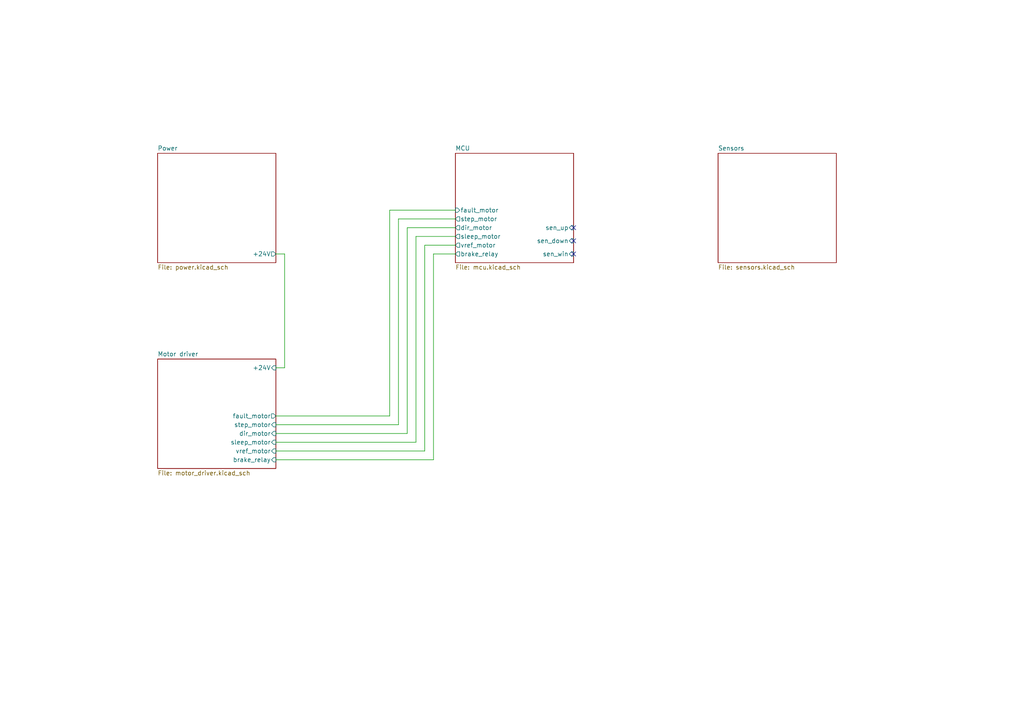
<source format=kicad_sch>
(kicad_sch
	(version 20231120)
	(generator "eeschema")
	(generator_version "8.0")
	(uuid "457ec9a0-69c6-4fbc-b0c1-e7e1db8d25f0")
	(paper "A4")
	(title_block
		(title "ESPHome Cover PCB")
		(date "2024-05-07")
		(rev "1")
	)
	(lib_symbols)
	(no_connect
		(at 166.37 73.66)
		(uuid "030a63f4-5f7c-4266-80aa-2783e1901d9d")
	)
	(no_connect
		(at 166.37 66.04)
		(uuid "b06b7cde-dc66-4adb-9cc0-e94832bad395")
	)
	(no_connect
		(at 166.37 69.85)
		(uuid "d2905788-ad4f-4cbb-915a-0abb8a1cda67")
	)
	(wire
		(pts
			(xy 132.08 60.96) (xy 113.03 60.96)
		)
		(stroke
			(width 0)
			(type default)
		)
		(uuid "061dca67-9f17-4279-8005-6835e854dd37")
	)
	(wire
		(pts
			(xy 125.73 133.35) (xy 80.01 133.35)
		)
		(stroke
			(width 0)
			(type default)
		)
		(uuid "0de44ba2-c1b1-4103-aae6-2c316cf96869")
	)
	(wire
		(pts
			(xy 118.11 66.04) (xy 118.11 125.73)
		)
		(stroke
			(width 0)
			(type default)
		)
		(uuid "16f98873-5b9b-4d51-8f71-ff852f4a01dc")
	)
	(wire
		(pts
			(xy 113.03 60.96) (xy 113.03 120.65)
		)
		(stroke
			(width 0)
			(type default)
		)
		(uuid "1c0b1861-843f-429a-b8ed-11054c344bab")
	)
	(wire
		(pts
			(xy 118.11 125.73) (xy 80.01 125.73)
		)
		(stroke
			(width 0)
			(type default)
		)
		(uuid "20a09cd5-534d-4cfa-8e0c-43c6331e5b12")
	)
	(wire
		(pts
			(xy 132.08 68.58) (xy 120.65 68.58)
		)
		(stroke
			(width 0)
			(type default)
		)
		(uuid "23c49b7f-af5f-4e61-a575-138ef699ad15")
	)
	(wire
		(pts
			(xy 132.08 63.5) (xy 115.57 63.5)
		)
		(stroke
			(width 0)
			(type default)
		)
		(uuid "26cf4c31-0bf7-445b-aae3-fba8aa71fae0")
	)
	(wire
		(pts
			(xy 123.19 130.81) (xy 80.01 130.81)
		)
		(stroke
			(width 0)
			(type default)
		)
		(uuid "448e570b-c4af-4752-95b0-78c486b40a90")
	)
	(wire
		(pts
			(xy 113.03 120.65) (xy 80.01 120.65)
		)
		(stroke
			(width 0)
			(type default)
		)
		(uuid "501056c9-d4fa-4fbc-ab45-b8444d91e5af")
	)
	(wire
		(pts
			(xy 115.57 63.5) (xy 115.57 123.19)
		)
		(stroke
			(width 0)
			(type default)
		)
		(uuid "50272212-f45f-4e9b-8d8f-643bef3667ea")
	)
	(wire
		(pts
			(xy 82.55 73.66) (xy 82.55 106.68)
		)
		(stroke
			(width 0)
			(type default)
		)
		(uuid "57a5b065-352b-4d24-bf79-d1c27503eb99")
	)
	(wire
		(pts
			(xy 132.08 66.04) (xy 118.11 66.04)
		)
		(stroke
			(width 0)
			(type default)
		)
		(uuid "5bc42b23-de13-4da3-985b-525492831658")
	)
	(wire
		(pts
			(xy 132.08 73.66) (xy 125.73 73.66)
		)
		(stroke
			(width 0)
			(type default)
		)
		(uuid "5c387a47-4bcf-435c-a8a2-20f3bb3f0bf2")
	)
	(wire
		(pts
			(xy 120.65 68.58) (xy 120.65 128.27)
		)
		(stroke
			(width 0)
			(type default)
		)
		(uuid "7940e6e3-6a56-496e-afee-bdbb5e62d277")
	)
	(wire
		(pts
			(xy 120.65 128.27) (xy 80.01 128.27)
		)
		(stroke
			(width 0)
			(type default)
		)
		(uuid "8b5d8bbf-7db6-45a3-9a6d-47cfe8987854")
	)
	(wire
		(pts
			(xy 115.57 123.19) (xy 80.01 123.19)
		)
		(stroke
			(width 0)
			(type default)
		)
		(uuid "9b3420fc-e4cd-4ef1-85c0-0f8d862cebf0")
	)
	(wire
		(pts
			(xy 80.01 73.66) (xy 82.55 73.66)
		)
		(stroke
			(width 0)
			(type default)
		)
		(uuid "b0beaadb-9af6-41a1-b1e4-a4b4b5861165")
	)
	(wire
		(pts
			(xy 82.55 106.68) (xy 80.01 106.68)
		)
		(stroke
			(width 0)
			(type default)
		)
		(uuid "ce9f7c1c-6871-4a73-89c1-8816f1a0c485")
	)
	(wire
		(pts
			(xy 132.08 71.12) (xy 123.19 71.12)
		)
		(stroke
			(width 0)
			(type default)
		)
		(uuid "cf0d097e-ff0a-4ee6-a494-0117947089b3")
	)
	(wire
		(pts
			(xy 123.19 71.12) (xy 123.19 130.81)
		)
		(stroke
			(width 0)
			(type default)
		)
		(uuid "d29bb6ab-d764-49f7-ab5b-c1158cfd6c72")
	)
	(wire
		(pts
			(xy 125.73 73.66) (xy 125.73 133.35)
		)
		(stroke
			(width 0)
			(type default)
		)
		(uuid "f4c4d3e7-9a57-400c-865d-8cc8d2c69db1")
	)
	(sheet
		(at 132.08 44.45)
		(size 34.29 31.75)
		(fields_autoplaced yes)
		(stroke
			(width 0.1524)
			(type solid)
		)
		(fill
			(color 0 0 0 0.0000)
		)
		(uuid "2f92e6c9-6e60-48cc-a739-61ad77952530")
		(property "Sheetname" "MCU"
			(at 132.08 43.7384 0)
			(effects
				(font
					(size 1.27 1.27)
				)
				(justify left bottom)
			)
		)
		(property "Sheetfile" "mcu.kicad_sch"
			(at 132.08 76.7846 0)
			(effects
				(font
					(size 1.27 1.27)
				)
				(justify left top)
			)
		)
		(pin "brake_relay" output
			(at 132.08 73.66 180)
			(effects
				(font
					(size 1.27 1.27)
				)
				(justify left)
			)
			(uuid "87914ba4-ef43-4c6d-8f6a-70d36444e1fd")
		)
		(pin "sen_up" input
			(at 166.37 66.04 0)
			(effects
				(font
					(size 1.27 1.27)
				)
				(justify right)
			)
			(uuid "20f49883-bde6-4c8c-9218-8ef8f9eddd22")
		)
		(pin "sen_win" input
			(at 166.37 73.66 0)
			(effects
				(font
					(size 1.27 1.27)
				)
				(justify right)
			)
			(uuid "754e696e-5dcf-4dc1-a29b-2f104c3c5941")
		)
		(pin "sen_down" input
			(at 166.37 69.85 0)
			(effects
				(font
					(size 1.27 1.27)
				)
				(justify right)
			)
			(uuid "1811304e-2d84-4f63-b180-032198867cff")
		)
		(pin "vref_motor" output
			(at 132.08 71.12 180)
			(effects
				(font
					(size 1.27 1.27)
				)
				(justify left)
			)
			(uuid "6244fea6-bca1-4c29-830f-5ae6c87ff441")
		)
		(pin "fault_motor" input
			(at 132.08 60.96 180)
			(effects
				(font
					(size 1.27 1.27)
				)
				(justify left)
			)
			(uuid "907b3a2b-650a-43e5-9e9a-e95d7eaa261f")
		)
		(pin "sleep_motor" output
			(at 132.08 68.58 180)
			(effects
				(font
					(size 1.27 1.27)
				)
				(justify left)
			)
			(uuid "f04f0f65-e14b-4568-987c-2cc98f4986f7")
		)
		(pin "dir_motor" output
			(at 132.08 66.04 180)
			(effects
				(font
					(size 1.27 1.27)
				)
				(justify left)
			)
			(uuid "92f26514-0771-4f74-8aad-7b977ec3a1cf")
		)
		(pin "step_motor" output
			(at 132.08 63.5 180)
			(effects
				(font
					(size 1.27 1.27)
				)
				(justify left)
			)
			(uuid "badf55a1-41eb-4732-9830-7e82809e3067")
		)
		(instances
			(project "ESPHomeCover"
				(path "/457ec9a0-69c6-4fbc-b0c1-e7e1db8d25f0"
					(page "2")
				)
			)
		)
	)
	(sheet
		(at 208.28 44.45)
		(size 34.29 31.75)
		(fields_autoplaced yes)
		(stroke
			(width 0.1524)
			(type solid)
		)
		(fill
			(color 0 0 0 0.0000)
		)
		(uuid "3fc3ccdb-dafc-44ec-a0c7-15ad71430743")
		(property "Sheetname" "Sensors"
			(at 208.28 43.7384 0)
			(effects
				(font
					(size 1.27 1.27)
				)
				(justify left bottom)
			)
		)
		(property "Sheetfile" "sensors.kicad_sch"
			(at 208.28 76.7846 0)
			(effects
				(font
					(size 1.27 1.27)
				)
				(justify left top)
			)
		)
		(instances
			(project "ESPHomeCover"
				(path "/457ec9a0-69c6-4fbc-b0c1-e7e1db8d25f0"
					(page "5")
				)
			)
		)
	)
	(sheet
		(at 45.72 104.14)
		(size 34.29 31.75)
		(fields_autoplaced yes)
		(stroke
			(width 0.1524)
			(type solid)
		)
		(fill
			(color 0 0 0 0.0000)
		)
		(uuid "ba731c15-d691-4401-90d0-2f66281d5c9f")
		(property "Sheetname" "Motor driver"
			(at 45.72 103.4284 0)
			(effects
				(font
					(size 1.27 1.27)
				)
				(justify left bottom)
			)
		)
		(property "Sheetfile" "motor_driver.kicad_sch"
			(at 45.72 136.4746 0)
			(effects
				(font
					(size 1.27 1.27)
				)
				(justify left top)
			)
		)
		(pin "+24V" input
			(at 80.01 106.68 0)
			(effects
				(font
					(size 1.27 1.27)
				)
				(justify right)
			)
			(uuid "ccf2f0dd-b8c9-4ac0-bcd2-8bff9c59e60b")
		)
		(pin "brake_relay" input
			(at 80.01 133.35 0)
			(effects
				(font
					(size 1.27 1.27)
				)
				(justify right)
			)
			(uuid "ad76ade3-3954-4efe-916c-ab8a185e1c15")
		)
		(pin "vref_motor" input
			(at 80.01 130.81 0)
			(effects
				(font
					(size 1.27 1.27)
				)
				(justify right)
			)
			(uuid "11eff298-6cb2-4bbd-a713-e8fbb215c7c0")
		)
		(pin "fault_motor" output
			(at 80.01 120.65 0)
			(effects
				(font
					(size 1.27 1.27)
				)
				(justify right)
			)
			(uuid "4de9f296-36c3-4418-a564-88031f5f164d")
		)
		(pin "dir_motor" input
			(at 80.01 125.73 0)
			(effects
				(font
					(size 1.27 1.27)
				)
				(justify right)
			)
			(uuid "cefa37ea-3e43-43f8-b492-3f97ea8fb759")
		)
		(pin "sleep_motor" input
			(at 80.01 128.27 0)
			(effects
				(font
					(size 1.27 1.27)
				)
				(justify right)
			)
			(uuid "03f37ad0-0dd7-4f30-bc33-982652bf7fb6")
		)
		(pin "step_motor" input
			(at 80.01 123.19 0)
			(effects
				(font
					(size 1.27 1.27)
				)
				(justify right)
			)
			(uuid "d959377f-1ba6-4cc8-99ab-96d4a7cffe6e")
		)
		(instances
			(project "ESPHomeCover"
				(path "/457ec9a0-69c6-4fbc-b0c1-e7e1db8d25f0"
					(page "3")
				)
			)
		)
	)
	(sheet
		(at 45.72 44.45)
		(size 34.29 31.75)
		(fields_autoplaced yes)
		(stroke
			(width 0.1524)
			(type solid)
		)
		(fill
			(color 0 0 0 0.0000)
		)
		(uuid "cc9b4c15-a579-4ee5-af3d-efec83662286")
		(property "Sheetname" "Power"
			(at 45.72 43.7384 0)
			(effects
				(font
					(size 1.27 1.27)
				)
				(justify left bottom)
			)
		)
		(property "Sheetfile" "power.kicad_sch"
			(at 45.72 76.7846 0)
			(effects
				(font
					(size 1.27 1.27)
				)
				(justify left top)
			)
		)
		(pin "+24V" output
			(at 80.01 73.66 0)
			(effects
				(font
					(size 1.27 1.27)
				)
				(justify right)
			)
			(uuid "004a2a82-0938-4cf5-bae9-9e4977ed5a18")
		)
		(instances
			(project "ESPHomeCover"
				(path "/457ec9a0-69c6-4fbc-b0c1-e7e1db8d25f0"
					(page "4")
				)
			)
		)
	)
	(sheet_instances
		(path "/"
			(page "1")
		)
	)
)

</source>
